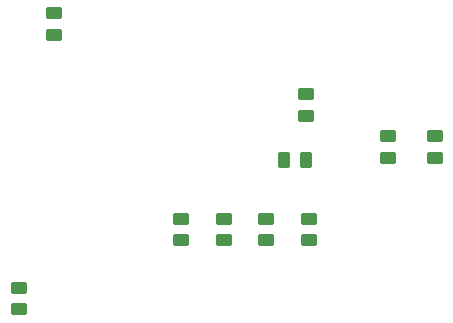
<source format=gbr>
%TF.GenerationSoftware,KiCad,Pcbnew,7.0.10*%
%TF.CreationDate,2024-04-13T12:41:34+02:00*%
%TF.ProjectId,jeopardy_pcb,6a656f70-6172-4647-995f-7063622e6b69,rev?*%
%TF.SameCoordinates,Original*%
%TF.FileFunction,Paste,Top*%
%TF.FilePolarity,Positive*%
%FSLAX46Y46*%
G04 Gerber Fmt 4.6, Leading zero omitted, Abs format (unit mm)*
G04 Created by KiCad (PCBNEW 7.0.10) date 2024-04-13 12:41:34*
%MOMM*%
%LPD*%
G01*
G04 APERTURE LIST*
G04 Aperture macros list*
%AMRoundRect*
0 Rectangle with rounded corners*
0 $1 Rounding radius*
0 $2 $3 $4 $5 $6 $7 $8 $9 X,Y pos of 4 corners*
0 Add a 4 corners polygon primitive as box body*
4,1,4,$2,$3,$4,$5,$6,$7,$8,$9,$2,$3,0*
0 Add four circle primitives for the rounded corners*
1,1,$1+$1,$2,$3*
1,1,$1+$1,$4,$5*
1,1,$1+$1,$6,$7*
1,1,$1+$1,$8,$9*
0 Add four rect primitives between the rounded corners*
20,1,$1+$1,$2,$3,$4,$5,0*
20,1,$1+$1,$4,$5,$6,$7,0*
20,1,$1+$1,$6,$7,$8,$9,0*
20,1,$1+$1,$8,$9,$2,$3,0*%
G04 Aperture macros list end*
%ADD10RoundRect,0.250000X0.450000X-0.262500X0.450000X0.262500X-0.450000X0.262500X-0.450000X-0.262500X0*%
%ADD11RoundRect,0.250000X-0.450000X0.262500X-0.450000X-0.262500X0.450000X-0.262500X0.450000X0.262500X0*%
%ADD12RoundRect,0.250000X0.262500X0.450000X-0.262500X0.450000X-0.262500X-0.450000X0.262500X-0.450000X0*%
G04 APERTURE END LIST*
D10*
%TO.C,R9*%
X100711000Y-101496500D03*
X100711000Y-99671500D03*
%TD*%
D11*
%TO.C,R2*%
X97366666Y-110212500D03*
X97366666Y-112037500D03*
%TD*%
D10*
%TO.C,R7*%
X107696000Y-105052500D03*
X107696000Y-103227500D03*
%TD*%
D11*
%TO.C,R1*%
X100965000Y-110212500D03*
X100965000Y-112037500D03*
%TD*%
D10*
%TO.C,R6*%
X76454000Y-117879500D03*
X76454000Y-116054500D03*
%TD*%
%TO.C,R10*%
X79375000Y-94638500D03*
X79375000Y-92813500D03*
%TD*%
D12*
%TO.C,R5*%
X100734500Y-105283000D03*
X98909500Y-105283000D03*
%TD*%
D11*
%TO.C,R4*%
X90170000Y-110212500D03*
X90170000Y-112037500D03*
%TD*%
%TO.C,R3*%
X93768333Y-110212500D03*
X93768333Y-112037500D03*
%TD*%
D10*
%TO.C,R8*%
X111633000Y-105052500D03*
X111633000Y-103227500D03*
%TD*%
M02*

</source>
